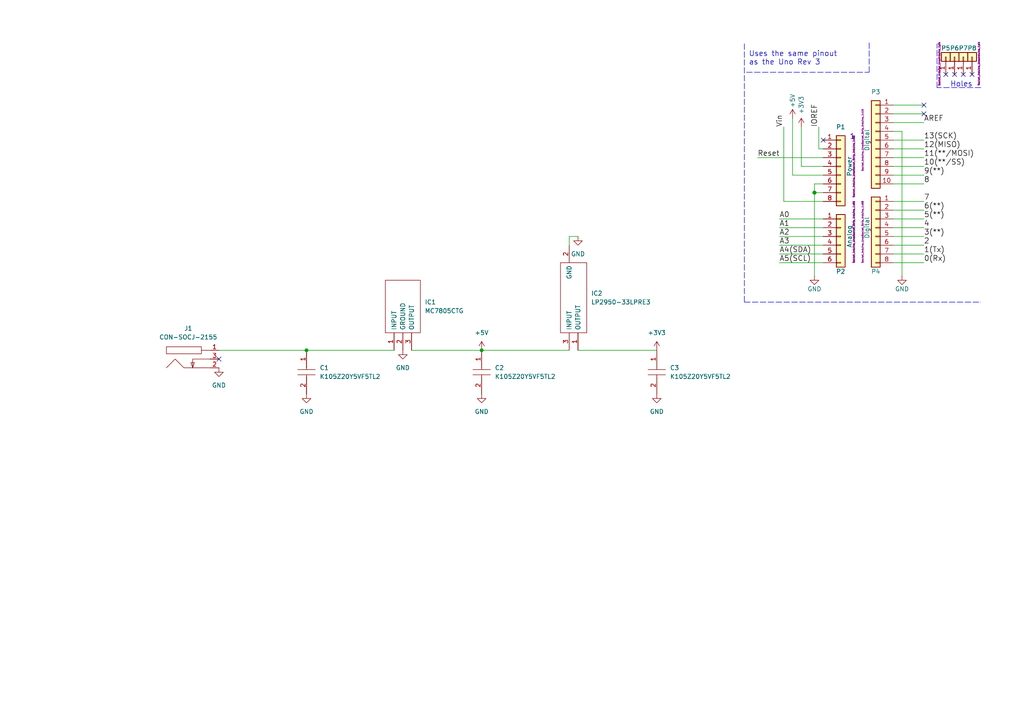
<source format=kicad_sch>
(kicad_sch (version 20211123) (generator eeschema)
  (paper "A4")
  (title_block (date "lun. 30 mars 2015"))
  (lib_symbols
    (symbol "Connector_Generic:Conn_01x01" (pin_names (offset 1.016) hide)
      (property "Reference" "J" (at 0 2.54 0))
      (property "Value" "Conn_01x01" (at 0 -2.54 0))
      (symbol "Conn_01x01_1_1"
        (rectangle (start -1.27 0.127) (end 0 -0.127) (stroke (width 0.1524)))
        (rectangle (start -1.27 1.27) (end 1.27 -1.27) (stroke (width 0.254)) (fill (type background)))
        (pin passive line (at -5.08 0 0) (length 3.81) (name "Pin_1") (number "1"))
      )
    )
    (symbol "Connector_Generic:Conn_01x06" (pin_names (offset 1.016) hide)
      (property "Reference" "J" (at 0 7.62 0))
      (property "Value" "Conn_01x06" (at 0 -10.16 0))
      (symbol "Conn_01x06_1_1"
        (rectangle (start -1.27 -7.493) (end 0 -7.747) (stroke (width 0.1524)))
        (rectangle (start -1.27 -4.953) (end 0 -5.207) (stroke (width 0.1524)))
        (rectangle (start -1.27 -2.413) (end 0 -2.667) (stroke (width 0.1524)))
        (rectangle (start -1.27 0.127) (end 0 -0.127) (stroke (width 0.1524)))
        (rectangle (start -1.27 2.667) (end 0 2.413) (stroke (width 0.1524)))
        (rectangle (start -1.27 5.207) (end 0 4.953) (stroke (width 0.1524)))
        (rectangle (start -1.27 6.35) (end 1.27 -8.89) (stroke (width 0.254)) (fill (type background)))
        (pin passive line (at -5.08 5.08 0) (length 3.81) (name "Pin_1") (number "1"))
        (pin passive line (at -5.08 2.54 0) (length 3.81) (name "Pin_2") (number "2"))
        (pin passive line (at -5.08 0 0) (length 3.81) (name "Pin_3") (number "3"))
        (pin passive line (at -5.08 -2.54 0) (length 3.81) (name "Pin_4") (number "4"))
        (pin passive line (at -5.08 -5.08 0) (length 3.81) (name "Pin_5") (number "5"))
        (pin passive line (at -5.08 -7.62 0) (length 3.81) (name "Pin_6") (number "6"))
      )
    )
    (symbol "Connector_Generic:Conn_01x08" (pin_names (offset 1.016) hide)
      (property "Reference" "J" (at 0 10.16 0))
      (property "Value" "Conn_01x08" (at 0 -12.7 0))
      (symbol "Conn_01x08_1_1"
        (rectangle (start -1.27 -10.033) (end 0 -10.287) (stroke (width 0.1524)))
        (rectangle (start -1.27 -7.493) (end 0 -7.747) (stroke (width 0.1524)))
        (rectangle (start -1.27 -4.953) (end 0 -5.207) (stroke (width 0.1524)))
        (rectangle (start -1.27 -2.413) (end 0 -2.667) (stroke (width 0.1524)))
        (rectangle (start -1.27 0.127) (end 0 -0.127) (stroke (width 0.1524)))
        (rectangle (start -1.27 2.667) (end 0 2.413) (stroke (width 0.1524)))
        (rectangle (start -1.27 5.207) (end 0 4.953) (stroke (width 0.1524)))
        (rectangle (start -1.27 7.747) (end 0 7.493) (stroke (width 0.1524)))
        (rectangle (start -1.27 8.89) (end 1.27 -11.43) (stroke (width 0.254)) (fill (type background)))
        (pin passive line (at -5.08 7.62 0) (length 3.81) (name "Pin_1") (number "1"))
        (pin passive line (at -5.08 5.08 0) (length 3.81) (name "Pin_2") (number "2"))
        (pin passive line (at -5.08 2.54 0) (length 3.81) (name "Pin_3") (number "3"))
        (pin passive line (at -5.08 0 0) (length 3.81) (name "Pin_4") (number "4"))
        (pin passive line (at -5.08 -2.54 0) (length 3.81) (name "Pin_5") (number "5"))
        (pin passive line (at -5.08 -5.08 0) (length 3.81) (name "Pin_6") (number "6"))
        (pin passive line (at -5.08 -7.62 0) (length 3.81) (name "Pin_7") (number "7"))
        (pin passive line (at -5.08 -10.16 0) (length 3.81) (name "Pin_8") (number "8"))
      )
    )
    (symbol "Connector_Generic:Conn_01x10" (pin_names (offset 1.016) hide)
      (property "Reference" "J" (at 0 12.7 0))
      (property "Value" "Conn_01x10" (at 0 -15.24 0))
      (symbol "Conn_01x10_1_1"
        (rectangle (start -1.27 -12.573) (end 0 -12.827) (stroke (width 0.1524)))
        (rectangle (start -1.27 -10.033) (end 0 -10.287) (stroke (width 0.1524)))
        (rectangle (start -1.27 -7.493) (end 0 -7.747) (stroke (width 0.1524)))
        (rectangle (start -1.27 -4.953) (end 0 -5.207) (stroke (width 0.1524)))
        (rectangle (start -1.27 -2.413) (end 0 -2.667) (stroke (width 0.1524)))
        (rectangle (start -1.27 0.127) (end 0 -0.127) (stroke (width 0.1524)))
        (rectangle (start -1.27 2.667) (end 0 2.413) (stroke (width 0.1524)))
        (rectangle (start -1.27 5.207) (end 0 4.953) (stroke (width 0.1524)))
        (rectangle (start -1.27 7.747) (end 0 7.493) (stroke (width 0.1524)))
        (rectangle (start -1.27 10.287) (end 0 10.033) (stroke (width 0.1524)))
        (rectangle (start -1.27 11.43) (end 1.27 -13.97) (stroke (width 0.254)) (fill (type background)))
        (pin passive line (at -5.08 10.16 0) (length 3.81) (name "Pin_1") (number "1"))
        (pin passive line (at -5.08 -12.7 0) (length 3.81) (name "Pin_10") (number "10"))
        (pin passive line (at -5.08 7.62 0) (length 3.81) (name "Pin_2") (number "2"))
        (pin passive line (at -5.08 5.08 0) (length 3.81) (name "Pin_3") (number "3"))
        (pin passive line (at -5.08 2.54 0) (length 3.81) (name "Pin_4") (number "4"))
        (pin passive line (at -5.08 0 0) (length 3.81) (name "Pin_5") (number "5"))
        (pin passive line (at -5.08 -2.54 0) (length 3.81) (name "Pin_6") (number "6"))
        (pin passive line (at -5.08 -5.08 0) (length 3.81) (name "Pin_7") (number "7"))
        (pin passive line (at -5.08 -7.62 0) (length 3.81) (name "Pin_8") (number "8"))
        (pin passive line (at -5.08 -10.16 0) (length 3.81) (name "Pin_9") (number "9"))
      )
    )
    (symbol "ardustack-power:CON-SOCJ-2155" (pin_names (offset 0.762))
      (property "Reference" "J" (at 16.51 1.27 0))
      (property "Value" "CON-SOCJ-2155" (at 16.51 -1.27 0))
      (symbol "CON-SOCJ-2155_0_0"
        (pin passive line (at 0 0 0) (length 2.54) (name "~") (number "1"))
        (pin passive line (at 0 -5.08 0) (length 2.54) (name "~") (number "2"))
        (pin passive line (at 0 -2.54 0) (length 2.54) (name "~") (number "3"))
      )
      (symbol "CON-SOCJ-2155_0_1"
        (polyline (pts (xy 2.54 0) (xy 5.08 0)) (stroke (width 0.1524)))
        (polyline (pts (xy 2.54 -2.54) (xy 7.62 -2.54) (xy 7.62 -5.08)) (stroke (width 0.1524)))
        (polyline (pts (xy 2.54 -5.08) (xy 10.16 -5.08) (xy 12.7 -2.54) (xy 15.24 -5.08)) (stroke (width 0.1524)))
        (polyline (pts (xy 7.62 -5.08) (xy 7.112 -3.556) (xy 8.128 -3.556) (xy 7.62 -5.08)) (stroke (width 0.1524)))
        (polyline (pts (xy 5.08 1.016) (xy 5.08 -1.016) (xy 15.24 -1.016) (xy 15.24 1.016) (xy 5.08 1.016)) (stroke (width 0.1524)))
      )
    )
    (symbol "ardustack-power:K105Z20Y5VF5TL2" (pin_names (offset 0.762))
      (property "Reference" "C" (at 8.89 6.35 0))
      (property "Value" "K105Z20Y5VF5TL2" (at 8.89 3.81 0))
      (symbol "K105Z20Y5VF5TL2_0_0"
        (pin passive line (at 0 0 0) (length 5.08) (name "~") (number "1"))
        (pin passive line (at 12.7 0 180) (length 5.08) (name "~") (number "2"))
      )
      (symbol "K105Z20Y5VF5TL2_0_1"
        (polyline (pts (xy 5.08 0) (xy 5.588 0)) (stroke (width 0.1524)))
        (polyline (pts (xy 5.588 2.54) (xy 5.588 -2.54)) (stroke (width 0.1524)))
        (polyline (pts (xy 7.112 0) (xy 7.62 0)) (stroke (width 0.1524)))
        (polyline (pts (xy 7.112 2.54) (xy 7.112 -2.54)) (stroke (width 0.1524)))
      )
    )
    (symbol "ardustack-power:LP2950-33LPRE3" (pin_names (offset 0.762))
      (property "Reference" "IC" (at 26.67 7.62 0))
      (property "Value" "LP2950-33LPRE3" (at 26.67 5.08 0))
      (symbol "LP2950-33LPRE3_0_0"
        (pin passive line (at 30.48 -2.54 180) (length 5.08) (name "OUTPUT") (number "1"))
        (pin passive line (at 0 0 0) (length 5.08) (name "GND") (number "2"))
        (pin passive line (at 30.48 0 180) (length 5.08) (name "INPUT") (number "3"))
      )
      (symbol "LP2950-33LPRE3_0_1"
        (polyline (pts (xy 5.08 2.54) (xy 25.4 2.54) (xy 25.4 -5.08) (xy 5.08 -5.08) (xy 5.08 2.54)) (stroke (width 0.1524)))
      )
    )
    (symbol "ardustack-power:MC7805CTG" (pin_names (offset 0.762))
      (property "Reference" "IC" (at 21.59 7.62 0))
      (property "Value" "MC7805CTG" (at 21.59 5.08 0))
      (symbol "MC7805CTG_0_0"
        (pin input line (at 0 0 0) (length 5.08) (name "INPUT") (number "1"))
        (pin power_in line (at 0 -2.54 0) (length 5.08) (name "GROUND") (number "2"))
        (pin output line (at 0 -5.08 0) (length 5.08) (name "OUTPUT") (number "3"))
      )
      (symbol "MC7805CTG_0_1"
        (polyline (pts (xy 5.08 2.54) (xy 20.32 2.54) (xy 20.32 -7.62) (xy 5.08 -7.62) (xy 5.08 2.54)) (stroke (width 0.1524)))
      )
    )
    (symbol "power:+3.3V" (power) (pin_names (offset 0))
      (property "Value" "+3.3V" (at 0 3.556 0))
      (symbol "+3.3V_0_1"
        (polyline (pts (xy -0.762 1.27) (xy 0 2.54)))
        (polyline (pts (xy 0 0) (xy 0 2.54)))
        (polyline (pts (xy 0 2.54) (xy 0.762 1.27)))
      )
      (symbol "+3.3V_1_1"
        (pin power_in line (at 0 0 90) (length 0) hide (name "+3V3") (number "1"))
      )
    )
    (symbol "power:+5V" (power) (pin_names (offset 0))
      (property "Value" "+5V" (at 0 3.556 0))
      (symbol "+5V_0_1"
        (polyline (pts (xy -0.762 1.27) (xy 0 2.54)))
        (polyline (pts (xy 0 0) (xy 0 2.54)))
        (polyline (pts (xy 0 2.54) (xy 0.762 1.27)))
      )
      (symbol "+5V_1_1"
        (pin power_in line (at 0 0 90) (length 0) hide (name "+5V") (number "1"))
      )
    )
    (symbol "power:GND" (power) (pin_names (offset 0))
      (property "Value" "GND" (at 0 -3.81 0))
      (symbol "GND_0_1"
        (polyline (pts (xy 0 0) (xy 0 -1.27) (xy 1.27 -1.27) (xy 0 -2.54) (xy -1.27 -1.27) (xy 0 -1.27)))
      )
      (symbol "GND_1_1"
        (pin power_in line (at 0 0 270) (length 0) hide (name "GND") (number "1"))
      )
    )
  )
  (junction (at 139.7 101.6))
  (junction (at 236.22 55.88) (diameter 1.016))
  (junction (at 88.9 101.6))
  (no_connect (at 279.4 21.59))
  (no_connect (at 63.5 104.14))
  (no_connect (at 274.32 21.59))
  (no_connect (at 276.86 21.59))
  (no_connect (at 281.94 21.59))
  (no_connect (at 238.76 40.64))
  (no_connect (at 267.97 30.48))
  (no_connect (at 267.97 33.02))
  (no_connect (at 48.26 -3.81))
  (wire (pts (xy 238.76 48.26) (xy 232.41 48.26)))
  (wire (pts (xy 238.76 71.12) (xy 226.06 71.12)))
  (polyline (pts (xy 252.095 20.955) (xy 252.095 12.065)) (stroke (width 0) (type dash)))
  (wire (pts (xy 259.08 63.5) (xy 267.97 63.5)))
  (wire (pts (xy 119.38 101.6) (xy 139.7 101.6)))
  (wire (pts (xy 88.9 101.6) (xy 114.3 101.6)))
  (wire (pts (xy 236.22 53.34) (xy 236.22 55.88)))
  (wire (pts (xy 259.08 43.18) (xy 267.97 43.18)))
  (wire (pts (xy 261.62 38.1) (xy 261.62 80.01)))
  (wire (pts (xy 238.76 53.34) (xy 236.22 53.34)))
  (wire (pts (xy 259.08 53.34) (xy 267.97 53.34)))
  (wire (pts (xy 237.49 43.18) (xy 238.76 43.18)))
  (wire (pts (xy 238.76 50.8) (xy 229.87 50.8)))
  (wire (pts (xy 259.08 40.64) (xy 267.97 40.64)))
  (wire (pts (xy 259.08 58.42) (xy 267.97 58.42)))
  (wire (pts (xy 238.76 66.04) (xy 226.06 66.04)))
  (wire (pts (xy 167.64 101.6) (xy 190.5 101.6)))
  (wire (pts (xy 259.08 30.48) (xy 267.97 30.48)))
  (wire (pts (xy 165.1 68.58) (xy 167.64 68.58)))
  (wire (pts (xy 259.08 71.12) (xy 267.97 71.12)))
  (wire (pts (xy 238.76 58.42) (xy 227.33 58.42)))
  (wire (pts (xy 63.5 101.6) (xy 88.9 101.6)))
  (wire (pts (xy 238.76 63.5) (xy 226.06 63.5)))
  (wire (pts (xy 259.08 45.72) (xy 267.97 45.72)))
  (wire (pts (xy 238.76 73.66) (xy 226.06 73.66)))
  (polyline (pts (xy 284.48 25.4) (xy 271.78 25.4)) (stroke (width 0) (type dash)))
  (wire (pts (xy 139.7 101.6) (xy 165.1 101.6)))
  (wire (pts (xy 238.76 45.72) (xy 219.71 45.72)))
  (wire (pts (xy 259.08 38.1) (xy 261.62 38.1)))
  (wire (pts (xy 238.76 55.88) (xy 236.22 55.88)))
  (wire (pts (xy 259.08 50.8) (xy 267.97 50.8)))
  (wire (pts (xy 236.22 55.88) (xy 236.22 80.01)))
  (wire (pts (xy 227.33 58.42) (xy 227.33 36.83)))
  (polyline (pts (xy 215.9 87.63) (xy 284.48 87.63)) (stroke (width 0) (type dash)))
  (wire (pts (xy 259.08 68.58) (xy 267.97 68.58)))
  (wire (pts (xy 238.76 76.2) (xy 226.06 76.2)))
  (wire (pts (xy 259.08 73.66) (xy 267.97 73.66)))
  (polyline (pts (xy 271.78 25.4) (xy 271.78 12.7)) (stroke (width 0) (type dash)))
  (wire (pts (xy 259.08 60.96) (xy 267.97 60.96)))
  (wire (pts (xy 229.87 50.8) (xy 229.87 34.29)))
  (wire (pts (xy 259.08 33.02) (xy 267.97 33.02)))
  (wire (pts (xy 165.1 71.12) (xy 165.1 68.58)))
  (wire (pts (xy 259.08 66.04) (xy 267.97 66.04)))
  (wire (pts (xy 259.08 35.56) (xy 267.97 35.56)))
  (polyline (pts (xy 215.9 12.7) (xy 215.9 87.63)) (stroke (width 0) (type dash)))
  (wire (pts (xy 232.41 48.26) (xy 232.41 36.83)))
  (wire (pts (xy 237.49 36.83) (xy 237.49 43.18)))
  (wire (pts (xy 259.08 76.2) (xy 267.97 76.2)))
  (wire (pts (xy 259.08 48.26) (xy 267.97 48.26)))
  (wire (pts (xy 238.76 68.58) (xy 226.06 68.58)))
  (polyline (pts (xy 216.535 20.955) (xy 252.095 20.955)) (stroke (width 0) (type dash)))
  (text "Holes" (at 275.59 25.4 0) (effects (font (size 1.524 1.524)) (justify left bottom)))
  (text "Uses the same pinout\nas the Uno Rev 3" (at 217.17 19.05 0) (effects (font (size 1.524 1.524)) (justify left bottom)))
  (text "1" (at 246.38 40.64 0) (effects (font (size 1.524 1.524)) (justify left bottom)))
  (label "Vin" (at 227.33 36.83 90) (effects (font (size 1.524 1.524))))
  (label "0(Rx)" (at 267.97 76.2 0) (effects (font (size 1.524 1.524))))
  (label "A4(SDA)" (at 226.06 73.66 0) (effects (font (size 1.524 1.524))))
  (label "4" (at 267.97 66.04 0) (effects (font (size 1.524 1.524))))
  (label "5(**)" (at 267.97 63.5 0) (effects (font (size 1.524 1.524))))
  (label "A2" (at 226.06 68.58 0) (effects (font (size 1.524 1.524))))
  (label "A5(SCL)" (at 226.06 76.2 0) (effects (font (size 1.524 1.524))))
  (label "A0" (at 226.06 63.5 0) (effects (font (size 1.524 1.524))))
  (label "A1" (at 226.06 66.04 0) (effects (font (size 1.524 1.524))))
  (label "10(**/SS)" (at 267.97 48.26 0) (effects (font (size 1.524 1.524))))
  (label "13(SCK)" (at 267.97 40.64 0) (effects (font (size 1.524 1.524))))
  (label "7" (at 267.97 58.42 0) (effects (font (size 1.524 1.524))))
  (label "A3" (at 226.06 71.12 0) (effects (font (size 1.524 1.524))))
  (label "Reset" (at 219.71 45.72 0) (effects (font (size 1.524 1.524))))
  (label "2" (at 267.97 71.12 0) (effects (font (size 1.524 1.524))))
  (label "12(MISO)" (at 267.97 43.18 0) (effects (font (size 1.524 1.524))))
  (label "3(**)" (at 267.97 68.58 0) (effects (font (size 1.524 1.524))))
  (label "9(**)" (at 267.97 50.8 0) (effects (font (size 1.524 1.524))))
  (label "8" (at 267.97 53.34 0) (effects (font (size 1.524 1.524))))
  (label "IOREF" (at 237.49 36.83 90) (effects (font (size 1.524 1.524))))
  (label "AREF" (at 267.97 35.56 0) (effects (font (size 1.524 1.524))))
  (label "11(**/MOSI)" (at 267.97 45.72 0) (effects (font (size 1.524 1.524))))
  (label "1(Tx)" (at 267.97 73.66 0) (effects (font (size 1.524 1.524))))
  (label "6(**)" (at 267.97 60.96 0) (effects (font (size 1.524 1.524))))
  (symbol (lib_id "Connector_Generic:Conn_01x08") (at 243.84 48.26 0) (unit 1)
    (property "Reference" "P1" (at 243.84 36.83 0))
    (property "Value" "Power" (at 246.38 48.26 90))
    (property "Footprint" "Socket_Arduino_Uno:Socket_Strip_Arduino_1x08" (at 247.65 48.26 90) (effects (font (size 0.508 0.508))))
  )
  (symbol (lib_id "power:+3.3V") (at 232.41 36.83 0) (unit 1)
    (property "Reference" "#PWR01" (effects hide))
    (property "Value" "+3.3V" (at 232.41 30.48 90))
  )
  (symbol (lib_id "power:+5V") (at 229.87 34.29 0) (unit 1)
    (property "Reference" "#PWR02" (effects hide))
    (property "Value" "+5V" (at 229.87 29.21 90))
  )
  (symbol (lib_id "power:GND") (at 236.22 80.01 0) (unit 1)
    (property "Reference" "#PWR03" (effects hide))
    (property "Value" "GND" (at 236.22 83.82 0))
  )
  (symbol (lib_id "power:GND") (at 261.62 80.01 0) (unit 1)
    (property "Reference" "#PWR04" (effects hide))
    (property "Value" "GND" (at 261.62 83.82 0))
  )
  (symbol (lib_id "Connector_Generic:Conn_01x06") (at 243.84 68.58 0) (unit 1)
    (property "Reference" "P2" (at 243.84 78.74 0))
    (property "Value" "Analog" (at 246.38 68.58 90))
    (property "Footprint" "Socket_Arduino_Uno:Socket_Strip_Arduino_1x06" (at 247.65 67.31 90) (effects (font (size 0.508 0.508))))
  )
  (symbol (lib_id "Connector_Generic:Conn_01x01") (at 274.32 16.51 90) (unit 1)
    (property "Reference" "P5" (at 274.32 13.97 90))
    (property "Value" "CONN_01X01" (effects hide))
    (property "Footprint" "Socket_Arduino_Uno:Arduino_1pin" (at 272.4404 18.5166 0) (effects (font (size 0.508 0.508))))
  )
  (symbol (lib_id "Connector_Generic:Conn_01x01") (at 276.86 16.51 90) (unit 1)
    (property "Reference" "P6" (at 276.86 13.97 90))
    (property "Value" "CONN_01X01" (effects hide))
    (property "Footprint" "Socket_Arduino_Uno:Arduino_1pin" (effects hide))
  )
  (symbol (lib_id "Connector_Generic:Conn_01x01") (at 279.4 16.51 90) (unit 1)
    (property "Reference" "P7" (at 279.4 13.97 90))
    (property "Value" "CONN_01X01" (effects hide))
    (property "Footprint" "Socket_Arduino_Uno:Arduino_1pin" (effects hide))
  )
  (symbol (lib_id "Connector_Generic:Conn_01x01") (at 281.94 16.51 90) (unit 1)
    (property "Reference" "P8" (at 281.94 13.97 90))
    (property "Value" "CONN_01X01" (effects hide))
    (property "Footprint" "Socket_Arduino_Uno:Arduino_1pin" (at 283.9212 18.4404 0) (effects (font (size 0.508 0.508))))
  )
  (symbol (lib_id "Connector_Generic:Conn_01x08") (at 254 66.04 0) (mirror y) (unit 1)
    (property "Reference" "P4" (at 254 78.74 0))
    (property "Value" "Digital" (at 251.46 66.04 90))
    (property "Footprint" "Socket_Arduino_Uno:Socket_Strip_Arduino_1x08" (at 250.19 67.31 90) (effects (font (size 0.508 0.508))))
  )
  (symbol (lib_id "Connector_Generic:Conn_01x10") (at 254 40.64 0) (mirror y) (unit 1)
    (property "Reference" "P3" (at 254 26.67 0))
    (property "Value" "Digital" (at 251.46 40.64 90))
    (property "Footprint" "Socket_Arduino_Uno:Socket_Strip_Arduino_1x10" (at 250.19 40.64 90) (effects (font (size 0.508 0.508))))
  )
  (symbol (lib_id "power:GND") (at 139.7 114.3 0) (unit 1)
    (property "Reference" "#PWR09" (effects hide))
    (property "Value" "GND" (at 139.7 119.38 0))
  )
  (symbol (lib_id "ardustack-power:K105Z20Y5VF5TL2") (at 139.7 101.6 270) (unit 1)
    (property "Reference" "C2" (at 143.51 106.6799 90) (effects (justify left)))
    (property "Value" "K105Z20Y5VF5TL2" (at 143.51 109.2199 90) (effects (justify left)))
    (property "Footprint" "ardustack-power:K105Z20Y5VF5TL2" (effects hide))
    (property "Datasheet" "http://www.vishay.com/docs/45171/kseries.pdf" (effects hide))
    (property "Description" "Vishay 1uF MLCC 50V dc -20  +80% , Through Hole K105Z20Y5VF5TL2" (effects hide))
    (property "Height" "6.6" (effects hide))
    (property "Manufacturer_Name" "Vishay" (effects hide))
    (property "Manufacturer_Part_Number" "K105Z20Y5VF5TL2" (effects hide))
    (property "Mouser Part Number" "594-K105Z20Y5VF5TL2" (effects hide))
    (property "Mouser Price/Stock" "https://www.mouser.co.uk/ProductDetail/Vishay-BC-Components/K105Z20Y5VF5TL2?qs=fflMSwnno4ytfjP0q4obmw%3D%3D" (effects hide))
    (property "Arrow Part Number" "K105Z20Y5VF5TL2" (effects hide))
    (property "Arrow Price/Stock" "https://www.arrow.com/en/products/k105z20y5vf5tl2/vishay?region=nac" (effects hide))
  )
  (symbol (lib_id "power:GND") (at 63.5 106.68 0) (unit 1)
    (property "Reference" "#PWR05" (effects hide))
    (property "Value" "GND" (at 63.5 111.76 0))
  )
  (symbol (lib_id "power:GND") (at 116.84 101.6 0) (unit 1)
    (property "Reference" "#PWR07" (effects hide))
    (property "Value" "GND" (at 116.84 106.68 0))
  )
  (symbol (lib_id "power:GND") (at 190.5 114.3 0) (unit 1)
    (property "Reference" "#PWR012" (effects hide))
    (property "Value" "GND" (at 190.5 119.38 0))
  )
  (symbol (lib_id "power:+5V") (at 139.7 101.6 0) (unit 1)
    (property "Reference" "#PWR08" (effects hide))
    (property "Value" "+5V" (at 139.7 96.52 0))
  )
  (symbol (lib_id "ardustack-power:MC7805CTG") (at 114.3 101.6 90) (unit 1)
    (property "Reference" "IC1" (at 123.19 87.6299 90) (effects (justify right)))
    (property "Value" "MC7805CTG" (at 123.19 90.1699 90) (effects (justify right)))
    (property "Footprint" "ardustack-power:TO254P482X997X2018-3P" (effects hide))
    (property "Datasheet" "http://www.onsemi.com/pub/Collateral/MC7800-D.PDF" (effects hide))
    (property "Description" "Voltage regulator,MC7805CT 5V 1A ON Semiconductor MC7805CTG, Single Linear Voltage Regulator, 1A 5 V, +/-4%, 3-Pin TO-220" (effects hide))
    (property "Height" "4.82" (effects hide))
    (property "Manufacturer_Name" "ON Semiconductor" (effects hide))
    (property "Manufacturer_Part_Number" "MC7805CTG" (effects hide))
    (property "Mouser Part Number" "863-MC7805CTG" (effects hide))
    (property "Mouser Price/Stock" "https://www.mouser.co.uk/ProductDetail/onsemi/MC7805CTG?qs=%252B9%2Fcbd0IE0SRQQJXyw%252B9hQ%3D%3D" (effects hide))
    (property "Arrow Part Number" "MC7805CTG" (effects hide))
    (property "Arrow Price/Stock" "https://www.arrow.com/en/products/mc7805ctg/on-semiconductor?region=europe" (effects hide))
  )
  (symbol (lib_id "ardustack-power:K105Z20Y5VF5TL2") (at 190.5 101.6 270) (unit 1)
    (property "Reference" "C3" (at 194.31 106.6799 90) (effects (justify left)))
    (property "Value" "K105Z20Y5VF5TL2" (at 194.31 109.2199 90) (effects (justify left)))
    (property "Footprint" "ardustack-power:K105Z20Y5VF5TL2" (effects hide))
    (property "Datasheet" "http://www.vishay.com/docs/45171/kseries.pdf" (effects hide))
    (property "Description" "Vishay 1uF MLCC 50V dc -20  +80% , Through Hole K105Z20Y5VF5TL2" (effects hide))
    (property "Height" "6.6" (effects hide))
    (property "Manufacturer_Name" "Vishay" (effects hide))
    (property "Manufacturer_Part_Number" "K105Z20Y5VF5TL2" (effects hide))
    (property "Mouser Part Number" "594-K105Z20Y5VF5TL2" (effects hide))
    (property "Mouser Price/Stock" "https://www.mouser.co.uk/ProductDetail/Vishay-BC-Components/K105Z20Y5VF5TL2?qs=fflMSwnno4ytfjP0q4obmw%3D%3D" (effects hide))
    (property "Arrow Part Number" "K105Z20Y5VF5TL2" (effects hide))
    (property "Arrow Price/Stock" "https://www.arrow.com/en/products/k105z20y5vf5tl2/vishay?region=nac" (effects hide))
  )
  (symbol (lib_id "power:GND") (at 88.9 114.3 0) (unit 1)
    (property "Reference" "#PWR06" (effects hide))
    (property "Value" "GND" (at 88.9 119.38 0))
  )
  (symbol (lib_id "ardustack-power:K105Z20Y5VF5TL2") (at 88.9 101.6 270) (unit 1)
    (property "Reference" "C1" (at 92.71 106.6799 90) (effects (justify left)))
    (property "Value" "K105Z20Y5VF5TL2" (at 92.71 109.2199 90) (effects (justify left)))
    (property "Footprint" "ardustack-power:K105Z20Y5VF5TL2" (effects hide))
    (property "Datasheet" "http://www.vishay.com/docs/45171/kseries.pdf" (effects hide))
    (property "Description" "Vishay 1uF MLCC 50V dc -20  +80% , Through Hole K105Z20Y5VF5TL2" (effects hide))
    (property "Height" "6.6" (effects hide))
    (property "Manufacturer_Name" "Vishay" (effects hide))
    (property "Manufacturer_Part_Number" "K105Z20Y5VF5TL2" (effects hide))
    (property "Mouser Part Number" "594-K105Z20Y5VF5TL2" (effects hide))
    (property "Mouser Price/Stock" "https://www.mouser.co.uk/ProductDetail/Vishay-BC-Components/K105Z20Y5VF5TL2?qs=fflMSwnno4ytfjP0q4obmw%3D%3D" (effects hide))
    (property "Arrow Part Number" "K105Z20Y5VF5TL2" (effects hide))
    (property "Arrow Price/Stock" "https://www.arrow.com/en/products/k105z20y5vf5tl2/vishay?region=nac" (effects hide))
  )
  (symbol (lib_id "ardustack-power:CON-SOCJ-2155") (at 63.5 101.6 0) (mirror y) (unit 1)
    (property "Reference" "J1" (at 54.61 95.25 0))
    (property "Value" "CON-SOCJ-2155" (at 54.61 97.79 0))
    (property "Footprint" "ardustack-power:CONSOCJ2155" (effects hide))
    (property "Datasheet" "http://www.produktinfo.conrad.com/datenblaetter/1500000-1599999/001582350-da-01-en-DC_EINBAUBUCHSE__SCHALTER_GESCHLOSSEN.pdf" (effects hide))
    (property "Description" "DC Power Connectors Power Jack/Connector 2.1mm x 5.5mm" (effects hide))
    (property "Height" "11" (effects hide))
    (property "Manufacturer_Name" "Gravitech" (effects hide))
    (property "Manufacturer_Part_Number" "CON-SOCJ-2155" (effects hide))
    (property "Mouser Part Number" "992-CON-SOCJ-2155" (effects hide))
    (property "Mouser Price/Stock" "https://www.mouser.co.uk/ProductDetail/Gravitech/CON-SOCJ-2155?qs=fkzBJ5HM%252BdCcpvFQyQZHtA%3D%3D" (effects hide))
  )
  (symbol (lib_id "ardustack-power:LP2950-33LPRE3") (at 165.1 71.12 90) (mirror x) (unit 1)
    (property "Reference" "IC2" (at 171.45 85.0899 90) (effects (justify right)))
    (property "Value" "LP2950-33LPRE3" (at 171.45 87.6299 90) (effects (justify right)))
    (property "Footprint" "ardustack-power:TL431CLP" (effects hide))
    (property "Datasheet" "http://www.ti.com/lit/gpn/lp2950" (effects hide))
    (property "Description" "Adjustable Micropower Voltage Regulator With Shutdown" (effects hide))
    (property "Height" "9.34" (effects hide))
    (property "Manufacturer_Name" "Texas Instruments" (effects hide))
    (property "Manufacturer_Part_Number" "LP2950-33LPRE3" (effects hide))
    (property "Mouser Part Number" "595-LP2950-33LPRE3" (effects hide))
    (property "Mouser Price/Stock" "https://www.mouser.co.uk/ProductDetail/Texas-Instruments/LP2950-33LPRE3?qs=iSMark9AYDUagDsOL8Eqdw%3D%3D" (effects hide))
    (property "Arrow Part Number" "LP2950-33LPRE3" (effects hide))
    (property "Arrow Price/Stock" "https://www.arrow.com/en/products/lp2950-33lpre3/texas-instruments?region=nac" (effects hide))
  )
  (symbol (lib_id "power:GND") (at 167.64 68.58 0) (unit 1)
    (property "Reference" "#PWR010" (effects hide))
    (property "Value" "GND" (at 167.64 73.66 0))
  )
  (symbol (lib_id "power:+3.3V") (at 190.5 101.6 0) (unit 1)
    (property "Reference" "#PWR011" (effects hide))
    (property "Value" "+3.3V" (at 190.5 96.52 0))
  )
)
</source>
